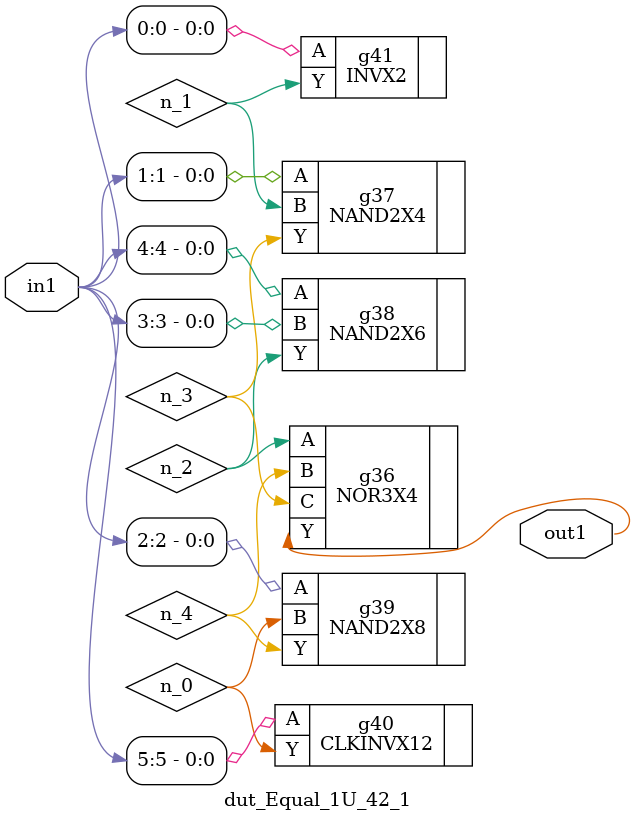
<source format=v>
`timescale 1ps / 1ps


module dut_Equal_1U_42_1(in1, out1);
  input [5:0] in1;
  output out1;
  wire [5:0] in1;
  wire out1;
  wire n_0, n_1, n_2, n_3, n_4;
  NOR3X4 g36(.A (n_2), .B (n_4), .C (n_3), .Y (out1));
  NAND2X8 g39(.A (in1[2]), .B (n_0), .Y (n_4));
  NAND2X4 g37(.A (in1[1]), .B (n_1), .Y (n_3));
  NAND2X6 g38(.A (in1[4]), .B (in1[3]), .Y (n_2));
  INVX2 g41(.A (in1[0]), .Y (n_1));
  CLKINVX12 g40(.A (in1[5]), .Y (n_0));
endmodule



</source>
